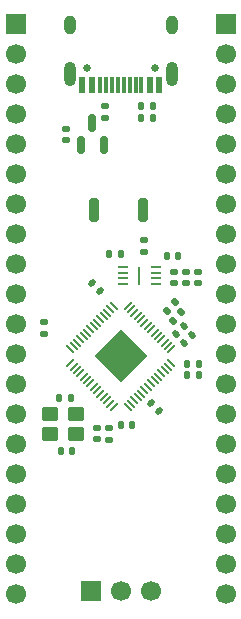
<source format=gbr>
%TF.GenerationSoftware,KiCad,Pcbnew,9.0.5*%
%TF.CreationDate,2025-12-09T16:25:26-06:00*%
%TF.ProjectId,KBoardV1,4b426f61-7264-4563-912e-6b696361645f,rev?*%
%TF.SameCoordinates,Original*%
%TF.FileFunction,Soldermask,Top*%
%TF.FilePolarity,Negative*%
%FSLAX46Y46*%
G04 Gerber Fmt 4.6, Leading zero omitted, Abs format (unit mm)*
G04 Created by KiCad (PCBNEW 9.0.5) date 2025-12-09 16:25:26*
%MOMM*%
%LPD*%
G01*
G04 APERTURE LIST*
G04 Aperture macros list*
%AMRoundRect*
0 Rectangle with rounded corners*
0 $1 Rounding radius*
0 $2 $3 $4 $5 $6 $7 $8 $9 X,Y pos of 4 corners*
0 Add a 4 corners polygon primitive as box body*
4,1,4,$2,$3,$4,$5,$6,$7,$8,$9,$2,$3,0*
0 Add four circle primitives for the rounded corners*
1,1,$1+$1,$2,$3*
1,1,$1+$1,$4,$5*
1,1,$1+$1,$6,$7*
1,1,$1+$1,$8,$9*
0 Add four rect primitives between the rounded corners*
20,1,$1+$1,$2,$3,$4,$5,0*
20,1,$1+$1,$4,$5,$6,$7,0*
20,1,$1+$1,$6,$7,$8,$9,0*
20,1,$1+$1,$8,$9,$2,$3,0*%
%AMRotRect*
0 Rectangle, with rotation*
0 The origin of the aperture is its center*
0 $1 length*
0 $2 width*
0 $3 Rotation angle, in degrees counterclockwise*
0 Add horizontal line*
21,1,$1,$2,0,0,$3*%
G04 Aperture macros list end*
%ADD10C,1.700000*%
%ADD11R,1.700000X1.700000*%
%ADD12RotRect,3.200000X3.200000X315.000000*%
%ADD13RoundRect,0.050000X-0.309359X-0.238649X-0.238649X-0.309359X0.309359X0.238649X0.238649X0.309359X0*%
%ADD14RoundRect,0.050000X-0.309359X0.238649X0.238649X-0.309359X0.309359X-0.238649X-0.238649X0.309359X0*%
%ADD15R,0.200000X1.600000*%
%ADD16RoundRect,0.062500X-0.387500X-0.062500X0.387500X-0.062500X0.387500X0.062500X-0.387500X0.062500X0*%
%ADD17RoundRect,0.140000X-0.140000X-0.170000X0.140000X-0.170000X0.140000X0.170000X-0.140000X0.170000X0*%
%ADD18RoundRect,0.140000X-0.219203X-0.021213X-0.021213X-0.219203X0.219203X0.021213X0.021213X0.219203X0*%
%ADD19RoundRect,0.135000X-0.135000X-0.185000X0.135000X-0.185000X0.135000X0.185000X-0.135000X0.185000X0*%
%ADD20RoundRect,0.140000X-0.170000X0.140000X-0.170000X-0.140000X0.170000X-0.140000X0.170000X0.140000X0*%
%ADD21RoundRect,0.140000X0.170000X-0.140000X0.170000X0.140000X-0.170000X0.140000X-0.170000X-0.140000X0*%
%ADD22RoundRect,0.140000X0.021213X-0.219203X0.219203X-0.021213X-0.021213X0.219203X-0.219203X0.021213X0*%
%ADD23RoundRect,0.250000X0.450000X0.350000X-0.450000X0.350000X-0.450000X-0.350000X0.450000X-0.350000X0*%
%ADD24RoundRect,0.150000X0.150000X-0.587500X0.150000X0.587500X-0.150000X0.587500X-0.150000X-0.587500X0*%
%ADD25RoundRect,0.200000X-0.200000X-0.800000X0.200000X-0.800000X0.200000X0.800000X-0.200000X0.800000X0*%
%ADD26RoundRect,0.135000X-0.185000X0.135000X-0.185000X-0.135000X0.185000X-0.135000X0.185000X0.135000X0*%
%ADD27RoundRect,0.135000X-0.035355X0.226274X-0.226274X0.035355X0.035355X-0.226274X0.226274X-0.035355X0*%
%ADD28RoundRect,0.135000X0.035355X-0.226274X0.226274X-0.035355X-0.035355X0.226274X-0.226274X0.035355X0*%
%ADD29RoundRect,0.140000X0.140000X0.170000X-0.140000X0.170000X-0.140000X-0.170000X0.140000X-0.170000X0*%
%ADD30RoundRect,0.140000X0.219203X0.021213X0.021213X0.219203X-0.219203X-0.021213X-0.021213X-0.219203X0*%
%ADD31O,1.000000X1.600000*%
%ADD32O,1.000000X2.100000*%
%ADD33R,0.600000X1.450000*%
%ADD34R,0.300000X1.450000*%
%ADD35C,0.650000*%
G04 APERTURE END LIST*
D10*
%TO.C,J3*%
X73590000Y-74130000D03*
X73590000Y-71590000D03*
X73590000Y-69050000D03*
X73590000Y-66510000D03*
X73590000Y-63970000D03*
X73590000Y-61430000D03*
X73590000Y-58890000D03*
X73590000Y-56350000D03*
X73590000Y-53810000D03*
X73590000Y-51270000D03*
X73590000Y-48730000D03*
X73590000Y-46190000D03*
X73590000Y-43650000D03*
X73590000Y-41110000D03*
X73590000Y-38570000D03*
X73590000Y-36030000D03*
X73590000Y-33490000D03*
X73590000Y-30950000D03*
X73590000Y-28410000D03*
D11*
X73590000Y-25870000D03*
%TD*%
D12*
%TO.C,U1*%
X64700000Y-54000000D03*
D13*
X65292202Y-49730843D03*
X65575045Y-50013686D03*
X65857888Y-50296528D03*
X66140730Y-50579371D03*
X66423573Y-50862214D03*
X66706415Y-51145057D03*
X66989258Y-51427899D03*
X67272100Y-51710741D03*
X67554944Y-51993584D03*
X67837787Y-52276427D03*
X68120629Y-52559270D03*
X68403472Y-52842113D03*
X68686314Y-53124955D03*
X68969157Y-53407798D03*
D14*
X68969157Y-54592202D03*
X68686314Y-54875045D03*
X68403472Y-55157888D03*
X68120629Y-55440730D03*
X67837786Y-55723573D03*
X67554943Y-56006415D03*
X67272101Y-56289258D03*
X66989259Y-56572100D03*
X66706416Y-56854944D03*
X66423573Y-57137787D03*
X66140730Y-57420629D03*
X65857887Y-57703472D03*
X65575045Y-57986314D03*
X65292202Y-58269157D03*
D13*
X64107798Y-58269157D03*
X63824955Y-57986314D03*
X63542112Y-57703472D03*
X63259270Y-57420629D03*
X62976427Y-57137786D03*
X62693585Y-56854943D03*
X62410742Y-56572101D03*
X62127900Y-56289259D03*
X61845056Y-56006416D03*
X61562213Y-55723573D03*
X61279371Y-55440730D03*
X60996528Y-55157887D03*
X60713686Y-54875045D03*
X60430843Y-54592202D03*
D14*
X60430843Y-53407798D03*
X60713686Y-53124955D03*
X60996528Y-52842112D03*
X61279371Y-52559270D03*
X61562214Y-52276427D03*
X61845057Y-51993585D03*
X62127899Y-51710742D03*
X62410741Y-51427900D03*
X62693584Y-51145056D03*
X62976427Y-50862213D03*
X63259270Y-50579371D03*
X63542113Y-50296528D03*
X63824955Y-50013686D03*
X64107798Y-49730843D03*
%TD*%
D15*
%TO.C,U3*%
X66275000Y-47150000D03*
D16*
X67700000Y-46400000D03*
X67700000Y-46900000D03*
X67700000Y-47400000D03*
X67700000Y-47900000D03*
X64850000Y-47900000D03*
X64850000Y-47400000D03*
X64850000Y-46900000D03*
X64850000Y-46400000D03*
%TD*%
D17*
%TO.C,C8*%
X71300000Y-55600000D03*
X70340000Y-55600000D03*
%TD*%
D18*
%TO.C,C5*%
X67900000Y-58600000D03*
X67221178Y-57921178D03*
%TD*%
D19*
%TO.C,R5*%
X59480002Y-57500000D03*
X60500000Y-57500000D03*
%TD*%
D20*
%TO.C,C2*%
X63700000Y-61060000D03*
X63700000Y-60100000D03*
%TD*%
D21*
%TO.C,C16*%
X62700000Y-61000000D03*
X62700000Y-60040000D03*
%TD*%
D22*
%TO.C,C11*%
X70039411Y-51460589D03*
X69360589Y-52139411D03*
%TD*%
D23*
%TO.C,Y1*%
X60900000Y-60600000D03*
X58700000Y-60600000D03*
X58700000Y-58900000D03*
X60900000Y-58900000D03*
%TD*%
D24*
%TO.C,U2*%
X61350000Y-36137500D03*
X63250000Y-36137500D03*
X62300000Y-34262500D03*
%TD*%
D25*
%TO.C,SW1*%
X62400000Y-41600000D03*
X66600000Y-41600000D03*
%TD*%
D26*
%TO.C,R7*%
X66700000Y-44100000D03*
X66700000Y-45120000D03*
%TD*%
D19*
%TO.C,R6*%
X63690000Y-45300000D03*
X64710000Y-45300000D03*
%TD*%
D27*
%TO.C,R4*%
X69821248Y-50278752D03*
X69100000Y-51000000D03*
%TD*%
D28*
%TO.C,R3*%
X68578752Y-50121248D03*
X69300000Y-49400000D03*
%TD*%
D19*
%TO.C,R2*%
X66380000Y-33800000D03*
X67400000Y-33800000D03*
%TD*%
D11*
%TO.C,J4*%
X62160000Y-73890000D03*
D10*
X64700000Y-73890000D03*
X67240000Y-73890000D03*
%TD*%
D11*
%TO.C,J2*%
X55810000Y-25870000D03*
D10*
X55810000Y-28410000D03*
X55810000Y-30950000D03*
X55810000Y-33490000D03*
X55810000Y-36030000D03*
X55810000Y-38570000D03*
X55810000Y-41110000D03*
X55810000Y-43650000D03*
X55810000Y-46190000D03*
X55810000Y-48730000D03*
X55810000Y-51270000D03*
X55810000Y-53810000D03*
X55810000Y-56350000D03*
X55810000Y-58890000D03*
X55810000Y-61430000D03*
X55810000Y-63970000D03*
X55810000Y-66510000D03*
X55810000Y-69050000D03*
X55810000Y-71590000D03*
X55810000Y-74130000D03*
%TD*%
D22*
%TO.C,C17*%
X70060589Y-52839411D03*
X70739411Y-52160589D03*
%TD*%
D29*
%TO.C,C15*%
X60580000Y-62000000D03*
X59620000Y-62000000D03*
%TD*%
D21*
%TO.C,C14*%
X63400000Y-33780000D03*
X63400000Y-32820000D03*
%TD*%
D20*
%TO.C,C13*%
X60100000Y-34740000D03*
X60100000Y-35700000D03*
%TD*%
D21*
%TO.C,C12*%
X69200000Y-47820000D03*
X69200000Y-46860000D03*
%TD*%
D17*
%TO.C,C10*%
X64720000Y-59800000D03*
X65680000Y-59800000D03*
%TD*%
%TO.C,C9*%
X70340000Y-54600000D03*
X71300000Y-54600000D03*
%TD*%
%TO.C,C7*%
X68600000Y-45500000D03*
X69560000Y-45500000D03*
%TD*%
D20*
%TO.C,C6*%
X58200000Y-51100000D03*
X58200000Y-52060000D03*
%TD*%
D21*
%TO.C,C4*%
X70200000Y-47800000D03*
X70200000Y-46840000D03*
%TD*%
D30*
%TO.C,C3*%
X62900000Y-48500000D03*
X62221178Y-47821178D03*
%TD*%
D21*
%TO.C,C1*%
X71200000Y-47800000D03*
X71200000Y-46840000D03*
%TD*%
D31*
%TO.C,J1*%
X60380000Y-25940000D03*
D32*
X60380000Y-30120000D03*
D31*
X69020000Y-25940000D03*
D32*
X69020000Y-30120000D03*
D33*
X67950000Y-31035000D03*
X67150000Y-31035000D03*
D34*
X66450000Y-31035000D03*
X65450000Y-31035000D03*
X63950000Y-31035000D03*
X62950000Y-31035000D03*
D33*
X62250000Y-31035000D03*
X61450000Y-31035000D03*
X61450000Y-31035000D03*
X62250000Y-31035000D03*
D34*
X63450000Y-31035000D03*
X64450000Y-31035000D03*
X64950000Y-31035000D03*
X65950000Y-31035000D03*
D33*
X67150000Y-31035000D03*
X67950000Y-31035000D03*
D35*
X61810000Y-29590000D03*
X67590000Y-29590000D03*
%TD*%
D19*
%TO.C,R1*%
X66380000Y-32800000D03*
X67400000Y-32800000D03*
%TD*%
M02*

</source>
